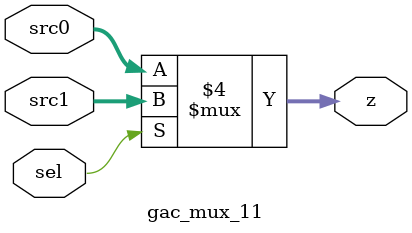
<source format=v>
module gac_mux_11 (sel, src0, src1, z);
  
  input sel; // MODIFIED BY CAM
  input [10:0] src0;
  input [10:0] src1;
  output reg [10:0] z;
  

  always @(sel or src0 or src1)
      begin
        if (sel == 1'b0) z <= src0;
        else z <= src1;
      end
   
endmodule
</source>
